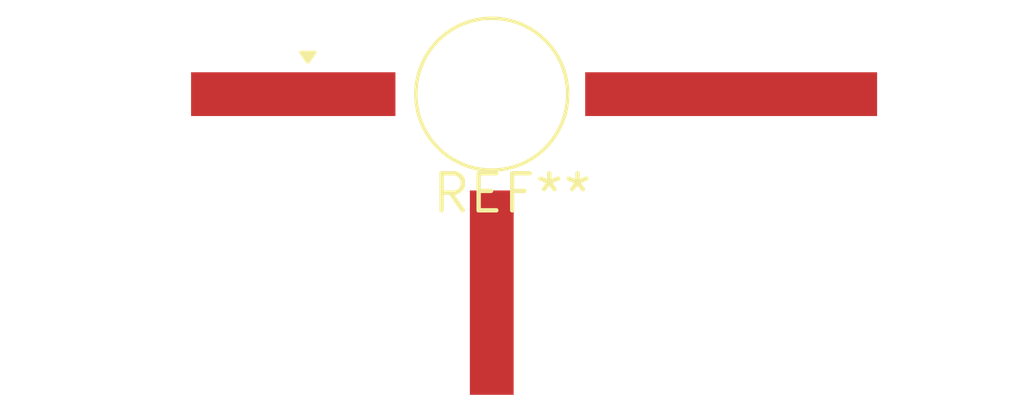
<source format=kicad_pcb>
(kicad_pcb (version 20240108) (generator pcbnew)
  (layers (0 "F.Cu" signal) (31 "B.Cu" signal) (34 "B.Paste" user) (35 "F.Paste" user) (36 "B.SilkS" user "B.Silkscreen") (37 "F.SilkS" user "F.Silkscreen") (38 "B.Mask" user) (39 "F.Mask" user) (44 "Edge.Cuts" user))
  (net 0 "")
  (footprint "TO-50-3_LongPad-NoHole_Housing" (layer "F.Cu") (at 0 0)
    (property "Reference" "REF**")
    (property "Value" "TO-50-3_LongPad-NoHole_Housing")
    (fp_circle (center -0.7 -3.4) (end -0.7 -6) (layer "F.SilkS") (stroke (width 0.12)) (fill none))
    (fp_poly (pts (xy -7 -4.5) (xy -7.24 -4.83) (xy -6.76 -4.83) (xy -7 -4.5)) (layer "F.SilkS") (stroke (width 0.12)) (fill solid))
    (pad "1" smd rect (at -7.5 -3.4 90) (size 1.5 7) (layers "F.Cu" "F.Paste" "F.Mask"))
    (pad "2" smd rect (at -0.7 3.4 90) (size 7 1.5) (layers "F.Cu" "F.Paste" "F.Mask"))
    (pad "3" smd rect (at 7.5 -3.4 90) (size 1.5 10) (layers "F.Cu" "F.Paste" "F.Mask"))
  )
)
</source>
